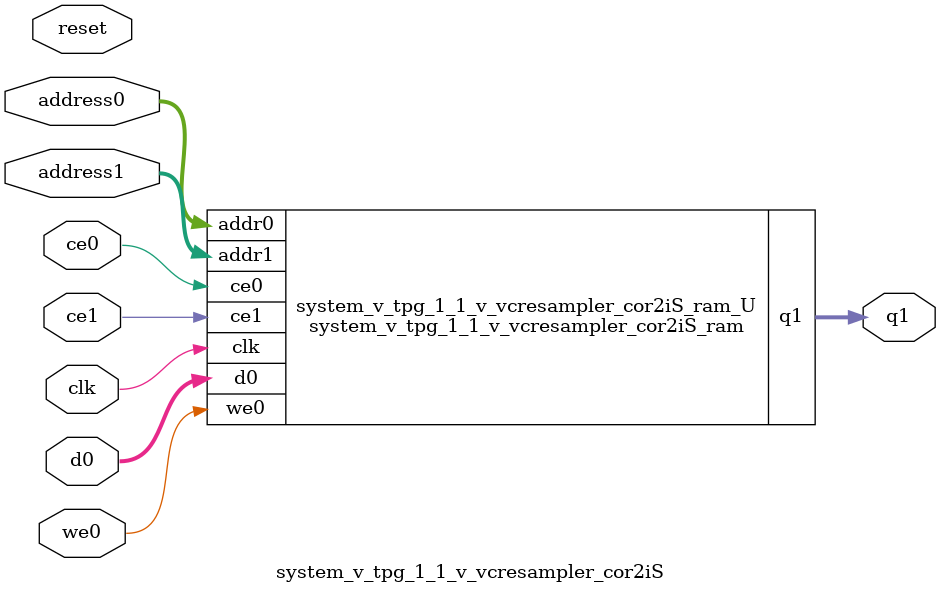
<source format=v>
`timescale 1 ns / 1 ps
module system_v_tpg_1_1_v_vcresampler_cor2iS_ram (addr0, ce0, d0, we0, addr1, ce1, q1,  clk);

parameter DWIDTH = 8;
parameter AWIDTH = 12;
parameter MEM_SIZE = 3840;

input[AWIDTH-1:0] addr0;
input ce0;
input[DWIDTH-1:0] d0;
input we0;
input[AWIDTH-1:0] addr1;
input ce1;
output reg[DWIDTH-1:0] q1;
input clk;

(* ram_style = "block" *)reg [DWIDTH-1:0] ram[0:MEM_SIZE-1];




always @(posedge clk)  
begin 
    if (ce0) begin
        if (we0) 
            ram[addr0] <= d0; 
    end
end


always @(posedge clk)  
begin 
    if (ce1) begin
        q1 <= ram[addr1];
    end
end


endmodule

`timescale 1 ns / 1 ps
module system_v_tpg_1_1_v_vcresampler_cor2iS(
    reset,
    clk,
    address0,
    ce0,
    we0,
    d0,
    address1,
    ce1,
    q1);

parameter DataWidth = 32'd8;
parameter AddressRange = 32'd3840;
parameter AddressWidth = 32'd12;
input reset;
input clk;
input[AddressWidth - 1:0] address0;
input ce0;
input we0;
input[DataWidth - 1:0] d0;
input[AddressWidth - 1:0] address1;
input ce1;
output[DataWidth - 1:0] q1;



system_v_tpg_1_1_v_vcresampler_cor2iS_ram system_v_tpg_1_1_v_vcresampler_cor2iS_ram_U(
    .clk( clk ),
    .addr0( address0 ),
    .ce0( ce0 ),
    .we0( we0 ),
    .d0( d0 ),
    .addr1( address1 ),
    .ce1( ce1 ),
    .q1( q1 ));

endmodule


</source>
